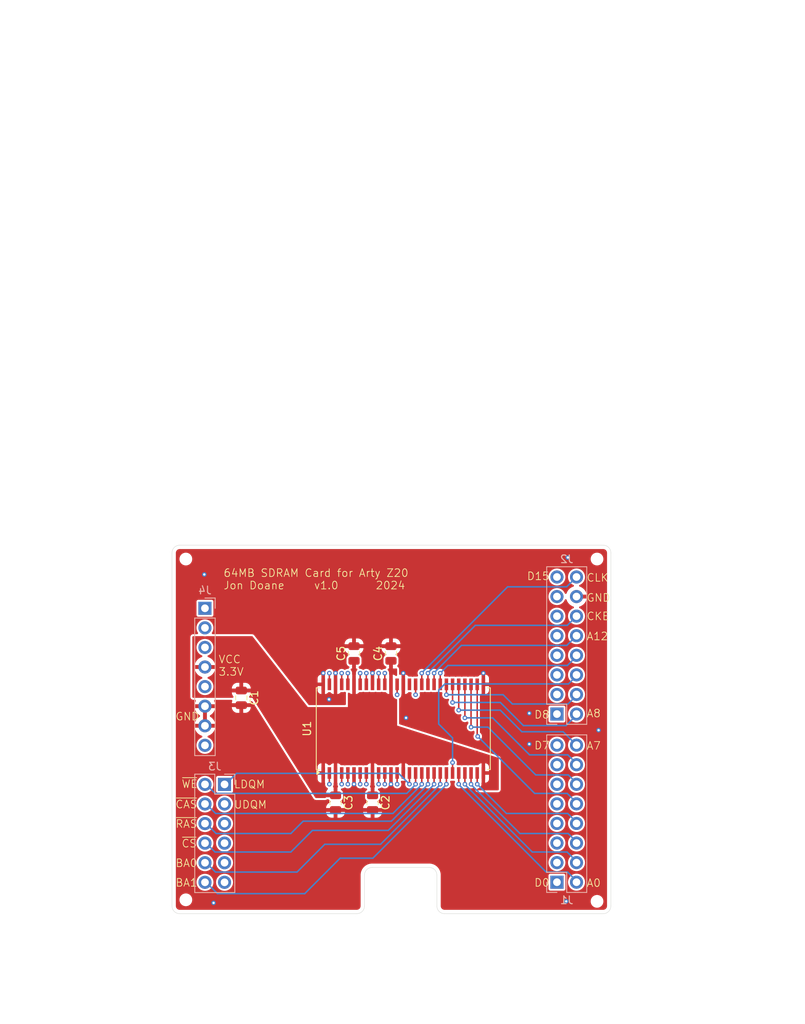
<source format=kicad_pcb>
(kicad_pcb (version 20240108) (generator "pcbnew") (generator_version "8.0")
  (title_block (date "2024-03-10") (rev "1.0"))
  (layers (0 "F.Cu" signal) (1 "In1.Cu" signal) (2 "In2.Cu" signal) (31 "B.Cu" signal) (34 "B.Paste" user) (35 "F.Paste" user) (36 "B.SilkS" user "B.Silkscreen") (37 "F.SilkS" user "F.Silkscreen") (38 "B.Mask" user) (39 "F.Mask" user) (44 "Edge.Cuts" user))
  (net 0 "")
  (net 1 "VCC")
  (net 2 "GND")
  (net 3 "/DQ13")
  (net 4 "/DQ8")
  (net 5 "/DQ6")
  (net 6 "/DQ0")
  (net 7 "/A3")
  (net 8 "/DQ15")
  (net 9 "/A7")
  (net 10 "/DQ5")
  (net 11 "/A6")
  (net 12 "/A1")
  (net 13 "/A5")
  (net 14 "/DQ9")
  (net 15 "/DQ7")
  (net 16 "/A8")
  (net 17 "/DQ4")
  (net 18 "/A2")
  (net 19 "/DQ1")
  (net 20 "/DQ2")
  (net 21 "/DQ14")
  (net 22 "/A0")
  (net 23 "/A9")
  (net 24 "/A10")
  (net 25 "/A11")
  (net 26 "/DQ11")
  (net 27 "/A4")
  (net 28 "/DQ10")
  (net 29 "/DQ12")
  (net 30 "/DQ3")
  (net 32 "/CKE")
  (net 36 "/CLK")
  (net 37 "/A12")
  (net 39 "/LDQM")
  (net 40 "/UDQM")
  (net 41 "/~{CAS}")
  (net 42 "/~{CS}")
  (net 43 "/~{WE}")
  (net 44 "/~{RAS}")
  (net 49 "/BA1")
  (net 50 "/BA0")
  (footprint "Capacitor_SMD:C_0805_2012Metric" (layer "F.Cu") (at 96.303098 106.5692 90)
    (property "Reference" "C4" (at 0 -1.68 -90) (layer "F.SilkS"))
    (property "Value" "0.1u")
    (fp_line (start -0.261252 -0.735) (end 0.261252 -0.735) (stroke (width 0.12)) (layer "F.SilkS"))
    (fp_line (start -0.261252 0.735) (end 0.261252 0.735) (stroke (width 0.12)) (layer "F.SilkS"))
    (pad "1" smd roundrect (at -0.95 0 90) (size 1 1.45) (layers "F.Cu" "F.Paste" "F.Mask") (net 1 "VCC"))
    (pad "2" smd roundrect (at 0.95 0 90) (size 1 1.45) (layers "F.Cu" "F.Paste" "F.Mask") (net 2 "GND"))
  )
  (footprint "Capacitor_SMD:C_0805_2012Metric" (layer "F.Cu") (at 89.103098 125.9192 -90)
    (property "Reference" "C3" (at 0 -1.68 90) (layer "F.SilkS"))
    (property "Value" "0.1u")
    (fp_line (start -0.261252 0.735) (end 0.261252 0.735) (stroke (width 0.12)) (layer "F.SilkS"))
    (fp_line (start -0.261252 -0.735) (end 0.261252 -0.735) (stroke (width 0.12)) (layer "F.SilkS"))
    (pad "1" smd roundrect (at -0.95 0 270) (size 1 1.45) (layers "F.Cu" "F.Paste" "F.Mask") (net 1 "VCC"))
    (pad "2" smd roundrect (at 0.95 0 270) (size 1 1.45) (layers "F.Cu" "F.Paste" "F.Mask") (net 2 "GND"))
  )
  (footprint "Capacitor_SMD:C_0805_2012Metric" (layer "F.Cu") (at 93.913598 125.9192 -90)
    (property "Reference" "C2" (at 0 -1.68 90) (layer "F.SilkS"))
    (property "Value" "0.1u")
    (fp_line (start -0.261252 0.735) (end 0.261252 0.735) (stroke (width 0.12)) (layer "F.SilkS"))
    (fp_line (start -0.261252 -0.735) (end 0.261252 -0.735) (stroke (width 0.12)) (layer "F.SilkS"))
    (pad "1" smd roundrect (at -0.95 0 270) (size 1 1.45) (layers "F.Cu" "F.Paste" "F.Mask") (net 1 "VCC"))
    (pad "2" smd roundrect (at 0.95 0 270) (size 1 1.45) (layers "F.Cu" "F.Paste" "F.Mask") (net 2 "GND"))
  )
  (footprint "Capacitor_SMD:C_0805_2012Metric" (layer "F.Cu") (at 76.863598 112.3192 -90)
    (property "Reference" "C1" (at 0 -1.68 90) (layer "F.SilkS"))
    (property "Value" "10u")
    (fp_line (start -0.261252 0.735) (end 0.261252 0.735) (stroke (width 0.12)) (layer "F.SilkS"))
    (fp_line (start -0.261252 -0.735) (end 0.261252 -0.735) (stroke (width 0.12)) (layer "F.SilkS"))
    (pad "1" smd roundrect (at -0.95 0 270) (size 1 1.45) (layers "F.Cu" "F.Paste" "F.Mask") (net 1 "VCC"))
    (pad "2" smd roundrect (at 0.95 0 270) (size 1 1.45) (layers "F.Cu" "F.Paste" "F.Mask") (net 2 "GND"))
  )
  (footprint "Capacitor_SMD:C_0805_2012Metric" (layer "F.Cu") (at 91.503098 106.5692 90)
    (property "Reference" "C5" (at 0 -1.68 -90) (layer "F.SilkS"))
    (property "Value" "0.1u")
    (fp_line (start -0.261252 -0.735) (end 0.261252 -0.735) (stroke (width 0.12)) (layer "F.SilkS"))
    (fp_line (start -0.261252 0.735) (end 0.261252 0.735) (stroke (width 0.12)) (layer "F.SilkS"))
    (pad "1" smd roundrect (at -0.95 0 90) (size 1 1.45) (layers "F.Cu" "F.Paste" "F.Mask") (net 1 "VCC"))
    (pad "2" smd roundrect (at 0.95 0 90) (size 1 1.45) (layers "F.Cu" "F.Paste" "F.Mask") (net 2 "GND"))
  )
  (footprint "Custom:ToolingHoleJCL" (layer "F.Cu") (at 123.063598 138.7192)
    (property "Reference" "REF**3" (hide yes))
    (property "Value" "ToolingHoleJCL" (hide yes))
    (pad "" np_thru_hole circle (at 0 0) (size 1.152 1.152) (drill 1.152) (layers "F&B.Cu" "*.Mask"))
  )
  (footprint "Package_SO:TSOP-II-54_22.2x10.16mm_P0.8mm" (layer "F.Cu") (at 97.903098 116.3192 90)
    (property "Reference" "U1" (at 0 -12.5 -90) (layer "F.SilkS"))
    (property "Value" "W9825G6KH")
    (fp_line (start 5.3 -11.3) (end 5.3 -10.9) (stroke (width 0.12)) (layer "F.SilkS"))
    (fp_line (start -5.3 -11.3) (end 5.3 -11.3) (stroke (width 0.12)) (layer "F.SilkS"))
    (fp_line (start -5.3 -10.9) (end -5.3 -11.3) (stroke (width 0.12)) (layer "F.SilkS"))
    (fp_line (start 5.3 10.9) (end 5.3 11.3) (stroke (width 0.12)) (layer "F.SilkS"))
    (fp_line (start -5.3 10.9) (end -5.3 11.3) (stroke (width 0.12)) (layer "F.SilkS"))
    (fp_line (start -5.3 11.3) (end 5.3 11.3) (stroke (width 0.12)) (layer "F.SilkS"))
    (fp_poly (pts (xy -5.7 -10.9) (xy -5.94 -11.23) (xy -5.46 -11.23) (xy -5.7 -10.9)) (stroke (width 0.12)) (fill solid) (layer "F.SilkS"))
    (pad "1" smd rect (at -5.75 -10.4 90) (size 1.51 0.458) (layers "F.Cu" "F.Paste" "F.Mask") (net 1 "VCC"))
    (pad "2" smd rect (at -5.75 -9.6 90) (size 1.51 0.458) (layers "F.Cu" "F.Paste" "F.Mask") (net 6 "/DQ0"))
    (pad "3" smd rect (at -5.75 -8.8 90) (size 1.51 0.458) (layers "F.Cu" "F.Paste" "F.Mask") (net 1 "VCC"))
    (pad "4" smd rect (at -5.75 -8 90) (size 1.51 0.458) (layers "F.Cu" "F.Paste" "F.Mask") (net 19 "/DQ1"))
    (pad "5" smd rect (at -5.75 -7.2 90) (size 1.51 0.458) (layers "F.Cu" "F.Paste" "F.Mask") (net 20 "/DQ2"))
    (pad "6" smd rect (at -5.75 -6.4 90) (size 1.51 0.458) (layers "F.Cu" "F.Paste" "F.Mask") (net 2 "GND"))
    (pad "7" smd rect (at -5.75 -5.6 90) (size 1.51 0.458) (layers "F.Cu" "F.Paste" "F.Mask") (net 30 "/DQ3"))
    (pad "8" smd rect (at -5.75 -4.8 90) (size 1.51 0.458) (layers "F.Cu" "F.Paste" "F.Mask") (net 17 "/DQ4"))
    (pad "9" smd rect (at -5.75 -4 90) (size 1.51 0.458) (layers "F.Cu" "F.Paste" "F.Mask") (net 1 "VCC"))
    (pad "10" smd rect (at -5.75 -3.2 90) (size 1.51 0.458) (layers "F.Cu" "F.Paste" "F.Mask") (net 10 "/DQ5"))
    (pad "11" smd rect (at -5.75 -2.4 90) (size 1.51 0.458) (layers "F.Cu" "F.Paste" "F.Mask") (net 5 "/DQ6"))
    (pad "12" smd rect (at -5.75 -1.6 90) (size 1.51 0.458) (layers "F.Cu" "F.Paste" "F.Mask") (net 2 "GND"))
    (pad "13" smd rect (at -5.75 -0.8 90) (size 1.51 0.458) (layers "F.Cu" "F.Paste" "F.Mask") (net 15 "/DQ7"))
    (pad "14" smd rect (at -5.75 0 90) (size 1.51 0.458) (layers "F.Cu" "F.Paste" "F.Mask") (net 1 "VCC"))
    (pad "15" smd rect (at -5.75 0.8 90) (size 1.51 0.458) (layers "F.Cu" "F.Paste" "F.Mask") (net 39 "/LDQM"))
    (pad "16" smd rect (at -5.75 1.6 90) (size 1.51 0.458) (layers "F.Cu" "F.Paste" "F.Mask") (net 43 "/~{WE}"))
    (pad "17" smd rect (at -5.75 2.4 90) (size 1.51 0.458) (layers "F.Cu" "F.Paste" "F.Mask") (net 41 "/~{CAS}"))
    (pad "18" smd rect (at -5.75 3.2 90) (size 1.51 0.458) (layers "F.Cu" "F.Paste" "F.Mask") (net 44 "/~{RAS}"))
    (pad "19" smd rect (at -5.75 4 90) (size 1.51 0.458) (layers "F.Cu" "F.Paste" "F.Mask") (net 42 "/~{CS}"))
    (pad "20" smd rect (at -5.75 4.8 90) (size 1.51 0.458) (layers "F.Cu" "F.Paste" "F.Mask") (net 50 "/BA0"))
    (pad "21" smd rect (at -5.75 5.6 90) (size 1.51 0.458) (layers "F.Cu" "F.Paste" "F.Mask") (net 49 "/BA1"))
    (pad "22" smd rect (at -5.75 6.4 90) (size 1.51 0.458) (layers "F.Cu" "F.Paste" "F.Mask") (net 24 "/A10"))
    (pad "23" smd rect (at -5.75 7.2 90) (size 1.51 0.458) (layers "F.Cu" "F.Paste" "F.Mask") (net 22 "/A0"))
    (pad "24" smd rect (at -5.75 8 90) (size 1.51 0.458) (layers "F.Cu" "F.Paste" "F.Mask") (net 12 "/A1"))
    (pad "25" smd rect (at -5.75 8.8 90) (size 1.51 0.458) (layers "F.Cu" "F.Paste" "F.Mask") (net 18 "/A2"))
    (pad "26" smd rect (at -5.75 9.6 90) (size 1.51 0.458) (layers "F.Cu" "F.Paste" "F.Mask") (net 7 "/A3"))
    (pad "27" smd rect (at -5.75 10.4 90) (size 1.51 0.458) (layers "F.Cu" "F.Paste" "F.Mask") (net 1 "VCC"))
    (pad "28" smd rect (at 5.75 10.4 90) (size 1.51 0.458) (layers "F.Cu" "F.Paste" "F.Mask") (net 2 "GND"))
    (pad "29" smd rect (at 5.75 9.6 90) (size 1.51 0.458) (layers "F.Cu" "F.Paste" "F.Mask") (net 27 "/A4"))
    (pad "30" smd rect (at 5.75 8.8 90) (size 1.51 0.458) (layers "F.Cu" "F.Paste" "F.Mask") (net 13 "/A5"))
    (pad "31" smd rect (at 5.75 8 90) (size 1.51 0.458) (layers "F.Cu" "F.Paste" "F.Mask") (net 11 "/A6"))
    (pad "32" smd rect (at 5.75 7.2 90) (size 1.51 0.458) (layers "F.Cu" "F.Paste" "F.Mask") (net 9 "/A7"))
    (pad "33" smd rect (at 5.75 6.4 90) (size 1.51 0.458) (layers "F.Cu" "F.Paste" "F.Mask") (net 16 "/A8"))
    (pad "34" smd rect (at 5.75 5.6 90) (size 1.51 0.458) (layers "F.Cu" "F.Paste" "F.Mask") (net 23 "/A9"))
    (pad "35" smd rect (at 5.75 4.8 90) (size 1.51 0.458) (layers "F.Cu" "F.Paste" "F.Mask") (net 25 "/A11"))
    (pad "36" smd rect (at 5.75 4 90) (size 1.51 0.458) (layers "F.Cu" "F.Paste" "F.Mask") (net 37 "/A12"))
    (pad "37" smd rect (at 5.75 3.2 90) (size 1.51 0.458) (layers "F.Cu" "F.Paste" "F.Mask") (net 32 "/CKE"))
    (pad "38" smd rect (at 5.75 2.4 90) (size 1.51 0.458) (layers "F.Cu" "F.Paste" "F.Mask") (net 36 "/CLK"))
    (pad "39" smd rect (at 5.75 1.6 90) (size 1.51 0.458) (layers "F.Cu" "F.Paste" "F.Mask") (net 40 "/UDQM"))
    (pad "40" smd rect (at 5.75 0.8 90) (size 1.51 0.458) (layers "F.Cu" "F.Paste" "F.Mask"))
    (pad "41" smd rect (at 5.75 0 90) (size 1.51 0.458) (layers "F.Cu" "F.Paste" "F.Mask") (net 2 "GND"))
    (pad "42" smd rect (at 5.75 -0.8 90) (size 1.51 0.458) (layers "F.Cu" "F.Paste" "F.Mask") (net 4 "/DQ8"))
    (pad "43" smd rect (at 5.75 -1.6 90) (size 1.51 0.458) (layers "F.Cu" "F.Paste" "F.Mask") (net 1 "VCC"))
    (pad "44" smd rect (at 5.75 -2.4 90) (size 1.51 0.458) (layers "F.Cu" "F.Paste" "F.Mask") (net 14 "/DQ9"))
    (pad "45" smd rect (at 5.75 -3.2 90) (size 1.51 0.458) (layers "F.Cu" "F.Paste" "F.Mask") (net 28 "/DQ10"))
    (pad "46" smd rect (at 5.75 -4 90) (size 1.51 0.458) (layers "F.Cu" "F.Paste" "F.Mask") (net 2 "GND"))
    (pad "47" smd rect (at 5.75 -4.8 90) (size 1.51 0.458) (layers "F.Cu" "F.Paste" "F.Mask") (net 26 "/DQ11"))
    (pad "48" smd rect (at 5.75 -5.6 90) (size 1.51 0.458) (layers "F.Cu" "F.Paste" "F.Mask") (net 29 "/DQ12"))
    (pad "49" smd rect (at 5.75 -6.4 90) (size 1.51 0.458) (layers "F.Cu" "F.Paste" "F.Mask") (net 1 "VCC"))
    (pad "50" smd rect (at 5.75 -7.2 90) (size 1.51 0.458) (layers "F.Cu" "F.Paste" "F.Mask") (net 3 "/DQ13"))
    (pad "51" smd rect (at 5.75 -8 90) (size 1.51 0.458) (layers "F.Cu" "F.Paste" "F.Mask") (net 21 "/DQ14"))
    (pad "52" smd rect (at 5.75 -8.8 90) (size 1.51 0.458) (layers "F.Cu" "F.Paste" "F.Mask") (net 2 "GND"))
    (pad "53" smd rect (at 5.75 -9.6 90) (size 1.51 0.458) (layers "F.Cu" "F.Paste" "F.Mask") (net 8 "/DQ15"))
    (pad "54" smd rect (at 5.75 -10.4 90) (size 1.51 0.458) (layers "F.Cu" "F.Paste" "F.Mask") (net 2 "GND"))
  )
  (footprint "Custom:ToolingHoleJCL" (layer "F.Cu") (at 69.663598 138.5192)
    (property "Reference" "REF**2" (hide yes))
    (property "Value" "ToolingHoleJCL" (hide yes))
    (pad "" np_thru_hole circle (at 0 0) (size 1.152 1.152) (drill 1.152) (layers "F&B.Cu" "*.Mask"))
  )
  (footprint "Custom:ToolingHoleJCL" (layer "F.Cu") (at 69.663598 94.3192)
    (property "Reference" "REF**" (hide yes))
    (property "Value" "ToolingHoleJCL" (hide yes))
    (pad "" np_thru_hole circle (at 0 0) (size 1.152 1.152) (drill 1.152) (layers "F&B.Cu" "*.Mask"))
  )
  (footprint "Custom:ToolingHoleJCL" (layer "F.Cu") (at 123.063598 94.3192)
    (property "Reference" "REF**1" (hide yes))
    (property "Value" "ToolingHoleJCL" (hide yes))
    (pad "" np_thru_hole circle (at 0 0) (size 1.152 1.152) (drill 1.152) (layers "F&B.Cu" "*.Mask"))
  )
  (footprint "Connector_PinHeader_2.54mm:PinHeader_2x08_P2.54mm_Vertical" (layer "B.Cu") (at 117.858597 114.424204)
    (property "Reference" "J2" (at 1.27 -20.0936 0) (layer "B.SilkS") (effects (justify mirror)))
    (property "Value" "Conn_02x08_Odd_Even" (hide yes))
    (fp_line (start -1.33 -19.11) (end -1.33 -1.27) (stroke (width 0.12)) (layer "B.SilkS"))
    (fp_line (start -1.33 1.33) (end -1.33 0) (stroke (width 0.12)) (layer "B.SilkS"))
    (fp_line (start 0 1.33) (end -1.33 1.33) (stroke (width 0.12)) (layer "B.SilkS"))
    (fp_line (start 1.27 -1.27) (end -1.33 -1.27) (stroke (width 0.12)) (layer "B.SilkS"))
    (fp_line (start 1.27 1.33) (end 1.27 -1.27) (stroke (width 0.12)) (layer "B.SilkS"))
    (fp_line (start 3.87 -19.11) (end -1.33 -19.11) (stroke (width 0.12)) (layer "B.SilkS"))
    (fp_line (start 3.87 -19.11) (end 3.87 1.33) (stroke (width 0.12)) (layer "B.SilkS"))
    (fp_line (start 3.87 1.33) (end 1.27 1.33) (stroke (width 0.12)) (layer "B.SilkS"))
    (pad "1" thru_hole rect (at 0 0) (size 1.7 1.7) (drill 1) (layers "*.Cu" "*.Mask") (net 4 "/DQ8"))
    (pad "2" thru_hole oval (at 2.54 0) (size 1.7 1.7) (drill 1) (layers "*.Cu" "*.Mask") (net 16 "/A8"))
    (pad "3" thru_hole oval (at 0 -2.54) (size 1.7 1.7) (drill 1) (layers "*.Cu" "*.Mask") (net 14 "/DQ9"))
    (pad "4" thru_hole oval (at 2.54 -2.54) (size 1.7 1.7) (drill 1) (layers "*.Cu" "*.Mask") (net 23 "/A9"))
    (pad "5" thru_hole oval (at 0 -5.08) (size 1.7 1.7) (drill 1) (layers "*.Cu" "*.Mask") (net 28 "/DQ10"))
    (pad "6" thru_hole oval (at 2.54 -5.08) (size 1.7 1.7) (drill 1) (layers "*.Cu" "*.Mask") (net 24 "/A10"))
    (pad "7" thru_hole oval (at 0 -7.62) (size 1.7 1.7) (drill 1) (layers "*.Cu" "*.Mask") (net 26 "/DQ11"))
    (pad "8" thru_hole oval (at 2.54 -7.62) (size 1.7 1.7) (drill 1) (layers "*.Cu" "*.Mask") (net 25 "/A11"))
    (pad "9" thru_hole oval (at 0 -10.16) (size 1.7 1.7) (drill 1) (layers "*.Cu" "*.Mask") (net 29 "/DQ12"))
    (pad "10" thru_hole oval (at 2.54 -10.16) (size 1.7 1.7) (drill 1) (layers "*.Cu" "*.Mask") (net 37 "/A12"))
    (pad "11" thru_hole oval (at 0 -12.7) (size 1.7 1.7) (drill 1) (layers "*.Cu" "*.Mask") (net 3 "/DQ13"))
    (pad "12" thru_hole oval (at 2.54 -12.7) (size 1.7 1.7) (drill 1) (layers "*.Cu" "*.Mask") (net 32 "/CKE"))
    (pad "13" thru_hole oval (at 0 -15.24) (size 1.7 1.7) (drill 1) (layers "*.Cu" "*.Mask") (net 21 "/DQ14"))
    (pad "14" thru_hole oval (at 2.54 -15.24) (size 1.7 1.7) (drill 1) (layers "*.Cu" "*.Mask") (net 2 "GND"))
    (pad "15" thru_hole oval (at 0 -17.78) (size 1.7 1.7) (drill 1) (layers "*.Cu" "*.Mask") (net 8 "/DQ15"))
    (pad "16" thru_hole oval (at 2.54 -17.78) (size 1.7 1.7) (drill 1) (layers "*.Cu" "*.Mask") (net 36 "/CLK"))
  )
  (footprint "Connector_PinHeader_2.54mm:PinHeader_2x08_P2.54mm_Vertical" (layer "B.Cu") (at 117.858597 136.234204)
    (property "Reference" "J1" (at 1.27 2.33 0) (layer "B.SilkS") (effects (justify mirror)))
    (property "Value" "Conn_02x08_Odd_Even" (hide yes))
    (fp_line (start -1.33 -19.11) (end -1.33 -1.27) (stroke (width 0.12)) (layer "B.SilkS"))
    (fp_line (start -1.33 1.33) (end -1.33 0) (stroke (width 0.12)) (layer "B.SilkS"))
    (fp_line (start 0 1.33) (end -1.33 1.33) (stroke (width 0.12)) (layer "B.SilkS"))
    (fp_line (start 1.27 -1.27) (end -1.33 -1.27) (stroke (width 0.12)) (layer "B.SilkS"))
    (fp_line (start 1.27 1.33) (end 1.27 -1.27) (stroke (width 0.12)) (layer "B.SilkS"))
    (fp_line (start 3.87 -19.11) (end -1.33 -19.11) (stroke (width 0.12)) (layer "B.SilkS"))
    (fp_line (start 3.87 -19.11) (end 3.87 1.33) (stroke (width 0.12)) (layer "B.SilkS"))
    (fp_line (start 3.87 1.33) (end 1.27 1.33) (stroke (width 0.12)) (layer "B.SilkS"))
    (pad "1" thru_hole rect (at 0 0) (size 1.7 1.7) (drill 1) (layers "*.Cu" "*.Mask") (net 6 "/DQ0"))
    (pad "2" thru_hole oval (at 2.54 0) (size 1.7 1.7) (drill 1) (layers "*.Cu" "*.Mask") (net 22 "/A0"))
    (pad "3" thru_hole oval (at 0 -2.54) (size 1.7 1.7) (drill 1) (layers "*.Cu" "*.Mask") (net 19 "/DQ1"))
    (pad "4" thru_hole oval (at 2.54 -2.54) (size 1.7 1.7) (drill 1) (layers "*.Cu" "*.Mask") (net 12 "/A1"))
    (pad "5" thru_hole oval (at 0 -5.08) (size 1.7 1.7) (drill 1) (layers "*.Cu" "*.Mask") (net 20 "/DQ2"))
    (pad "6" thru_hole oval (at 2.54 -5.08) (size 1.7 1.7) (drill 1) (layers "*.Cu" "*.Mask") (net 18 "/A2"))
    (pad "7" thru_hole oval (at 0 -7.62) (size 1.7 1.7) (drill 1) (layers "*.Cu" "*.Mask") (net 30 "/DQ3"))
    (pad "8" thru_hole oval (at 2.54 -7.62) (size 1.7 1.7) (drill 1) (layers "*.Cu" "*.Mask") (net 7 "/A3"))
    (pad "9" thru_hole oval (at 0 -10.16) (size 1.7 1.7) (drill 1) (layers "*.Cu" "*.Mask") (net 17 "/DQ4"))
    (pad "10" thru_hole oval (at 2.54 -10.16) (size 1.7 1.7) (drill 1) (layers "*.Cu" "*.Mask") (net 27 "/A4"))
    (pad "11" thru_hole oval (at 0 -12.7) (size 1.7 1.7) (drill 1) (layers "*.Cu" "*.Mask") (net 10 "/DQ5"))
    (pad "12" thru_hole oval (at 2.54 -12.7) (size 1.7 1.7) (drill 1) (layers "*.Cu" "*.Mask") (net 13 "/A5"))
    (pad "13" thru_hole oval (at 0 -15.24) (size 1.7 1.7) (drill 1) (layers "*.Cu" "*.Mask") (net 5 "/DQ6"))
    (pad "14" thru_hole oval (at 2.54 -15.24) (size 1.7 1.7) (drill 1) (layers "*.Cu" "*.Mask") (net 11 "/A6"))
    (pad "15" thru_hole oval (at 0 -17.78) (size 1.7 1.7) (drill 1) (layers "*.Cu" "*.Mask") (net 15 "/DQ7"))
    (pad "16" thru_hole oval (at 2.54 -17.78) (size 1.7 1.7) (drill 1) (layers "*.Cu" "*.Mask") (net 9 "/A7"))
  )
  (footprint "Connector_PinHeader_2.54mm:PinHeader_2x06_P2.54mm_Vertical" (layer "B.Cu") (at 74.688597 123.549204 180)
    (property "Reference" "J3" (at 1.27 2.33 180) (layer "B.SilkS") (effects (justify mirror)))
    (property "Value" "Conn_02x06_Odd_Even" (hide yes))
    (fp_line (start 3.87 1.33) (end 1.27 1.33) (stroke (width 0.12)) (layer "B.SilkS"))
    (fp_line (start 3.87 -14.03) (end 3.87 1.33) (stroke (width 0.12)) (layer "B.SilkS"))
    (fp_line (start 3.87 -14.03) (end -1.33 -14.03) (stroke (width 0.12)) (layer "B.SilkS"))
    (fp_line (start 1.27 1.33) (end 1.27 -1.27) (stroke (width 0.12)) (layer "B.SilkS"))
    (fp_line (start 1.27 -1.27) (end -1.33 -1.27) (stroke (width 0.12)) (layer "B.SilkS"))
    (fp_line (start 0 1.33) (end -1.33 1.33) (stroke (width 0.12)) (layer "B.SilkS"))
    (fp_line (start -1.33 1.33) (end -1.33 0) (stroke (width 0.12)) (layer "B.SilkS"))
    (fp_line (start -1.33 -14.03) (end -1.33 -1.27) (stroke (width 0.12)) (layer "B.SilkS"))
    (pad "1" thru_hole rect (at 0 0 180) (size 1.7 1.7) (drill 1) (layers "*.Cu" "*.Mask") (net 39 "/LDQM"))
    (pad "2" thru_hole oval (at 2.54 0 180) (size 1.7 1.7) (drill 1) (layers "*.Cu" "*.Mask") (net 43 "/~{WE}"))
    (pad "3" thru_hole oval (at 0 -2.54 180) (size 1.7 1.7) (drill 1) (layers "*.Cu" "*.Mask") (net 40 "/UDQM"))
    (pad "4" thru_hole oval (at 2.54 -2.54 180) (size 1.7 1.7) (drill 1) (layers "*.Cu" "*.Mask") (net 41 "/~{CAS}"))
    (pad "5" thru_hole oval (at 0 -5.08 180) (size 1.7 1.7) (drill 1) (layers "*.Cu" "*.Mask"))
    (pad "6" thru_hole oval (at 2.54 -5.08 180) (size 1.7 1.7) (drill 1) (layers "*.Cu" "*.Mask") (net 44 "/~{RAS}"))
    (pad "7" thru_hole oval (at 0 -7.62 180) (size 1.7 1.7) (drill 1) (layers "*.Cu" "*.Mask"))
    (pad "8" thru_hole oval (at 2.54 -7.62 180) (size 1.7 1.7) (drill 1) (layers "*.Cu" "*.Mask") (net 42 "/~{CS}"))
    (pad "9" thru_hole oval (at 0 -10.16 180) (size 1.7 1.7) (drill 1) (layers "*.Cu" "*.Mask"))
    (pad "10" thru_hole oval (at 2.54 -10.16 180) (size 1.7 1.7) (drill 1) (layers "*.Cu" "*.Mask") (net 50 "/BA0"))
    (pad "11" thru_hole oval (at 0 -12.7 180) (size 1.7 1.7) (drill 1) (layers "*.Cu" "*.Mask"))
    (pad "12" thru_hole oval (at 2.54 -12.7 180) (size 1.7 1.7) (drill 1) (layers "*.Cu" "*.Mask") (net 49 "/BA1"))
  )
  (footprint "Connector_PinHeader_2.54mm:PinHeader_1x08_P2.54mm_Vertical" (layer "B.Cu") (at 72.143597 100.704204 180)
    (property "Reference" "J4" (at 0 2.33 180) (layer "B.SilkS") (effects (justify mirror)))
    (property "Value" "Conn_Power" (hide yes))
    (fp_line (start 1.33 -1.27) (end -1.33 -1.27) (stroke (width 0.12)) (layer "B.SilkS"))
    (fp_line (start 1.33 -19.11) (end 1.33 -1.27) (stroke (width 0.12)) (layer "B.SilkS"))
    (fp_line (start 1.33 -19.11) (end -1.33 -19.11) (stroke (width 0.12)) (layer "B.SilkS"))
    (fp_line (start 0 1.33) (end -1.33 1.33) (stroke (width 0.12)) (layer "B.SilkS"))
    (fp_line (start -1.33 1.33) (end -1.33 0) (stroke (width 0.12)) (layer "B.SilkS"))
    (fp_line (start -1.33 -19.11) (end -1.33 -1.27) (stroke (width 0.12)) (layer "B.SilkS"))
    (pad "1" thru_hole rect (at 0 0 180) (size 1.7 1.7) (drill 1) (layers "*.Cu" "*.Mask"))
    (pad "2" thru_hole oval (at 0 -2.54 180) (size 1.7 1.7) (drill 1) (layers "*.Cu" "*.Mask"))
    (pad "3" thru_hole oval (at 0 -5.08 180) (size 1.7 1.7) (drill 1) (layers "*.Cu" "*.Mask"))
    (pad "4" thru_hole oval (at 0 -7.62 180) (size 1.7 1.7) (drill 1) (layers "*.Cu" "*.Mask") (net 1 "VCC"))
    (pad "5" thru_hole oval (at 0 -10.16 180) (size 1.7 1.7) (drill 1) (layers "*.Cu" "*.Mask"))
    (pad "6" thru_hole oval (at 0 -12.7 180) (size 1.7 1.7) (drill 1) (layers "*.Cu" "*.Mask") (net 2 "GND"))
    (pad "7" thru_hole oval (at 0 -15.24 180) (size 1.7 1.7) (drill 1) (layers "*.Cu" "*.Mask") (net 2 "GND"))
    (pad "8" thru_hole oval (at 0 -17.78 180) (size 1.7 1.7) (drill 1) (layers "*.Cu" "*.Mask"))
  )
  (gr_line (start 68.863598 92.5192) (end 123.863598 92.5192) (stroke (width 0.05)) (layer "Edge.Cuts"))
  (gr_arc (start 67.863598 93.5192) (mid 68.156491 92.812093) (end 68.863598 92.5192) (stroke (width 0.05)) (layer "Edge.Cuts"))
  (gr_line (start 101.263598 134.3192) (end 93.863598 134.3192) (stroke (width 0.05)) (layer "Edge.Cuts"))
  (gr_line (start 102.263598 139.3192) (end 102.263598 135.3192) (stroke (width 0.05)) (layer "Edge.Cuts"))
  (gr_line (start 67.863598 139.3192) (end 67.863598 93.5192) (stroke (width 0.05)) (layer "Edge.Cuts"))
  (gr_arc (start 68.863598 140.3192) (mid 68.156491 140.026307) (end 67.863598 139.3192) (stroke (width 0.05)) (layer "Edge.Cuts"))
  (gr_line (start 91.863598 140.3192) (end 68.863598 140.3192) (stroke (width 0.05)) (layer "Edge.Cuts"))
  (gr_arc (start 124.863598 139.3192) (mid 124.570705 140.026307) (end 123.863598 140.3192) (stroke (width 0.05)) (layer "Edge.Cuts"))
  (gr_line (start 123.863598 140.3192) (end 103.263598 140.3192) (stroke (width 0.05)) (layer "Edge.Cuts"))
  (gr_line (start 124.863598 93.5192) (end 124.863598 139.3192) (stroke (width 0.05)) (layer "Edge.Cuts"))
  (gr_arc (start 92.863598 135.3192) (mid 93.156491 134.612093) (end 93.863598 134.3192) (stroke (width 0.05)) (layer "Edge.Cuts"))
  (gr_arc (start 92.863598 139.3192) (mid 92.570705 140.026307) (end 91.863598 140.3192) (stroke (width 0.05)) (layer "Edge.Cuts"))
  (gr_arc (start 123.863598 92.5192) (mid 124.570705 92.812093) (end 124.863598 93.5192) (stroke (width 0.05)) (layer "Edge.Cuts"))
  (gr_line (start 92.863598 135.3192) (end 92.863598 139.3192) (stroke (width 0.05)) (layer "Edge.Cuts"))
  (gr_arc (start 103.263598 140.3192) (mid 102.556491 140.026307) (end 102.263598 139.3192) (stroke (width 0.05)) (layer "Edge.Cuts"))
  (gr_arc (start 101.263598 134.3192) (mid 101.970705 134.612093) (end 102.263598 135.3192) (stroke (width 0.05)) (layer "Edge.Cuts"))
  (gr_text "GND" (at 121.663598 99.9192 0) (layer "F.SilkS") (effects (font (size 1 1) (thickness 0.1)) (justify left bottom)))
  (gr_text "VCC\n3.3V" (at 73.863598 109.5192 0) (layer "F.SilkS") (effects (font (size 1 1) (thickness 0.1)) (justify left bottom)))
  (gr_text "BA1" (at 68.263598 136.8792 0) (layer "F.SilkS") (effects (font (size 1 1) (thickness 0.1)) (justify left bottom)))
  (gr_text "~{RAS}" (at 68.263598 129.2592 0) (layer "F.SilkS") (effects (font (size 1 1) (thickness 0.1)) (justify left bottom)))
  (gr_text "A12" (at 121.663598 104.9192 0) (layer "F.SilkS") (effects (font (size 1 1) (thickness 0.1)) (justify left bottom)))
  (gr_text "D7" (at 114.863598 119.084888 0) (layer "F.SilkS") (effects (font (size 1 1) (thickness 0.1)) (justify left bottom)))
  (gr_text "~{WE}" (at 69.063598 124.084889 0) (layer "F.SilkS") (effects (font (size 1 1) (thickness 0.1)) (justify left bottom)))
  (gr_text "~{CS}" (at 69.063598 131.7992 0) (layer "F.SilkS") (effects (font (size 1 1) (thickness 0.1)) (justify left bottom)))
  (gr_text "A8" (at 121.663598 114.9192 0) (layer "F.SilkS") (effects (font (size 1 1) (thickness 0.1)) (justify left bottom)))
  (gr_text "A7" (at 121.663598 119.1192 0) (layer "F.SilkS") (effects (font (size 1 1) (thickness 0.1)) (justify left bottom)))
  (gr_text "D0" (at 114.863598 136.88489 0) (layer "F.SilkS") (effects (font (size 1 1) (thickness 0.1)) (justify left bottom)))
  (gr_text "CKE" (at 121.663598 102.3192 0) (layer "F.SilkS") (effects (font (size 1 1) (thickness 0.1)) (justify left bottom)))
  (gr_text "LDQM" (at 75.863598 124.1192 0) (layer "F.SilkS") (effects (font (size 1 1) (thickness 0.1)) (justify left bottom)))
  (gr_text "A0" (at 121.663598 136.9192 0) (layer "F.SilkS") (effects (font (size 1 1) (thickness 0.1)) (justify left bottom)))
  (gr_text "CLK" (at 121.663598 97.3192 0) (layer "F.SilkS") (effects (font (size 1 1) (thickness 0.1)) (justify left bottom)))
  (gr_text "BA0" (at 68.263598 134.3392 0) (layer "F.SilkS") (effects (font (size 1 1) (thickness 0.1)) (justify left bottom)))
  (gr_text "D8" (at 114.863598 115.084888 0) (layer "F.SilkS") (effects (font (size 1 1) (thickness 0.1)) (justify left bottom)))
  (gr_text "64MB SDRAM Card for Arty Z20\nJon Doane	v1.0	2024" (at 74.503098 98.3192 0) (layer "F.SilkS") (effects (font (size 1 1) (thickness 0.1)) (justify left bottom)))
  (gr_text "~{CAS}" (at 68.263598 126.7192 0) (layer "F.SilkS") (effects (font (size 1 1) (thickness 0.1)) (justify left bottom)))
  (gr_text "UDQM" (at 75.863598 126.753511 0) (layer "F.SilkS") (effects (font (size 1 1) (thickness 0.1)) (justify left bottom)))
  (gr_text "GND" (at 68.263598 115.3192 0) (layer "F.SilkS") (effects (font (size 1 1) (thickness 0.1)) (justify left bottom)))
  (gr_text "D15" (at 113.911217 97.1192 0) (layer "F.SilkS") (effects (font (size 1 1) (thickness 0.1)) (justify left bottom)))
  (via (at 72.063598 96.3192) (size 0.6) (drill 0.3) (layers "F.Cu" "B.Cu") (net 2))
  (via (at 114.263598 118.3192) (size 0.6) (drill 0.3) (layers "F.Cu" "B.Cu") (net 2))
  (via (at 114.263598 114.3192) (size 0.6) (drill 0.3) (layers "F.Cu" "B.Cu") (net 2))
  (via (at 89.103098 109.1192) (size 0.6) (drill 0.3) (layers "F.Cu" "B.Cu") (net 2))
  (via (at 119.263598 94.1192) (size 0.6) (drill 0.3) (layers "F.Cu" "B.Cu") (net 2))
  (via (at 88.263598 112.5192) (size 0.6) (drill 0.3) (layers "F.Cu" "B.Cu") (net 2))
  (via (at 73.263598 138.9192) (size 0.6) (drill 0.3) (layers "F.Cu" "B.Cu") (net 2))
  (via (at 123.263598 116.5192) (size 0.6) (drill 0.3) (layers "F.Cu" "B.Cu") (net 2))
  (via (at 97.903098 109.1192) (size 0.6) (drill 0.3) (layers "F.Cu" "B.Cu") (net 2))
  (via (at 119.063598 138.7192) (size 0.6) (drill 0.3) (layers "F.Cu" "B.Cu") (net 2))
  (via (at 91.503098 123.5192) (size 0.6) (drill 0.3) (layers "F.Cu" "B.Cu") (net 2))
  (via (at 108.303098 109.1192) (size 0.6) (drill 0.3) (layers "F.Cu" "B.Cu") (net 2))
  (via (at 87.503098 109.1192) (size 0.6) (drill 0.3) (layers "F.Cu" "B.Cu") (net 2))
  (via (at 98.263598 114.9192) (size 0.6) (drill 0.3) (layers "F.Cu" "B.Cu") (net 2))
  (via (at 96.303098 123.5192) (size 0.6) (drill 0.3) (layers "F.Cu" "B.Cu") (net 2))
  (via (at 93.903098 109.1192) (size 0.6) (drill 0.3) (layers "F.Cu" "B.Cu") (net 2))
  (segment (start 90.703098 110.5692) (end 90.703098 109.1192) (width 0.2) (layer "F.Cu") (net 3))
  (via (at 90.703098 109.1192) (size 0.6) (drill 0.3) (layers "F.Cu" "B.Cu") (net 3))
  (segment (start 97.103098 111.9192) (end 97.103098 110.5692) (width 0.2) (layer "F.Cu") (net 4))
  (via (at 97.103098 111.9192) (size 0.6) (drill 0.3) (layers "F.Cu" "B.Cu") (net 4))
  (segment (start 95.503098 122.0692) (end 95.503098 123.5192) (width 0.2) (layer "F.Cu") (net 5))
  (via (at 95.503098 123.5192) (size 0.6) (drill 0.3) (layers "F.Cu" "B.Cu") (net 5))
  (segment (start 88.303098 122.0692) (end 88.303098 123.5192) (width 0.2) (layer "F.Cu") (net 6))
  (via (at 88.303098 123.5192) (size 0.6) (drill 0.3) (layers "F.Cu" "B.Cu") (net 6))
  (segment (start 107.503098 122.0692) (end 107.503098 123.5192) (width 0.2) (layer "F.Cu") (net 7))
  (via (at 107.503098 123.5192) (size 0.6) (drill 0.3) (layers "F.Cu" "B.Cu") (net 7))
  (segment (start 119.257799 127.3192) (end 120.541399 128.6028) (width 0.2) (layer "B.Cu") (net 7))
  (segment (start 111.303098 127.3192) (end 119.257799 127.3192) (width 0.2) (layer "B.Cu") (net 7))
  (segment (start 107.503098 123.5192) (end 111.303098 127.3192) (width 0.2) (layer "B.Cu") (net 7))
  (segment (start 88.303098 110.5692) (end 88.303098 109.1192) (width 0.2) (layer "F.Cu") (net 8))
  (via (at 88.303098 109.1192) (size 0.6) (drill 0.3) (layers "F.Cu" "B.Cu") (net 8))
  (segment (start 105.103098 113.9192) (end 105.103098 110.5692) (width 0.2) (layer "F.Cu") (net 9))
  (via (at 105.103098 113.9192) (size 0.6) (drill 0.3) (layers "F.Cu" "B.Cu") (net 9))
  (segment (start 118.663593 116.7192) (end 120.398597 118.454204) (width 0.2) (layer "B.Cu") (net 9))
  (segment (start 105.103098 113.9192) (end 110.503098 113.9192) (width 0.2) (layer "B.Cu") (net 9))
  (segment (start 113.303098 116.7192) (end 118.663593 116.7192) (width 0.2) (layer "B.Cu") (net 9))
  (segment (start 110.503098 113.9192) (end 113.303098 116.7192) (width 0.2) (layer "B.Cu") (net 9))
  (segment (start 94.703098 122.0692) (end 94.703098 123.5192) (width 0.2) (layer "F.Cu") (net 10))
  (via (at 94.703098 123.5192) (size 0.6) (drill 0.3) (layers "F.Cu" "B.Cu") (net 10))
  (segment (start 105.903098 114.9192) (end 105.903098 110.5692) (width 0.2) (layer "F.Cu") (net 11))
  (via (at 105.903098 114.9192) (size 0.6) (drill 0.3) (layers "F.Cu" "B.Cu") (net 11))
  (segment (start 109.503098 114.9192) (end 114.303098 119.7192) (width 0.2) (layer "B.Cu") (net 11))
  (segment (start 105.903098 114.9192) (end 109.503098 114.9192) (width 0.2) (layer "B.Cu") (net 11))
  (segment (start 119.277799 119.7192) (end 120.541399 120.9828) (width 0.2) (layer "B.Cu") (net 11))
  (segment (start 114.303098 119.7192) (end 119.277799 119.7192) (width 0.2) (layer "B.Cu") (net 11))
  (segment (start 105.903098 122.0692) (end 105.903098 123.5192) (width 0.2) (layer "F.Cu") (net 12))
  (via (at 105.903098 123.5192) (size 0.6) (drill 0.3) (layers "F.Cu" "B.Cu") (net 12))
  (segment (start 119.177799 132.3192) (end 120.541399 133.6828) (width 0.2) (layer "B.Cu") (net 12))
  (segment (start 105.903098 123.5192) (end 105.903098 123.567729) (width 0.2) (layer "B.Cu") (net 12))
  (segment (start 105.903098 123.567729) (end 114.654569 132.3192) (width 0.2) (layer "B.Cu") (net 12))
  (segment (start 114.654569 132.3192) (end 119.177799 132.3192) (width 0.2) (layer "B.Cu") (net 12))
  (segment (start 106.703098 116.1192) (end 106.703098 110.5692) (width 0.2) (layer "F.Cu") (net 13))
  (via (at 106.703098 116.1192) (size 0.6) (drill 0.3) (layers "F.Cu" "B.Cu") (net 13))
  (segment (start 106.703098 116.1192) (end 108.903098 116.1192) (width 0.2) (layer "B.Cu") (net 13))
  (segment (start 108.903098 116.1192) (end 115.103098 122.3192) (width 0.2) (layer "B.Cu") (net 13))
  (segment (start 119.337799 122.3192) (end 120.541399 123.5228) (width 0.2) (layer "B.Cu") (net 13))
  (segment (start 115.103098 122.3192) (end 119.337799 122.3192) (width 0.2) (layer "B.Cu") (net 13))
  (segment (start 95.503098 109.1192) (end 95.503098 110.5692) (width 0.2) (layer "F.Cu") (net 14))
  (via (at 95.503098 109.1192) (size 0.6) (drill 0.3) (layers "F.Cu" "B.Cu") (net 14))
  (segment (start 97.103098 122.0692) (end 97.103098 123.5192) (width 0.2) (layer "F.Cu") (net 15))
  (via (at 97.103098 123.5192) (size 0.6) (drill 0.3) (layers "F.Cu" "B.Cu") (net 15))
  (segment (start 104.303098 112.9192) (end 104.303098 110.5692) (width 0.2) (layer "F.Cu") (net 16))
  (via (at 104.303098 112.9192) (size 0.6) (drill 0.3) (layers "F.Cu" "B.Cu") (net 16))
  (segment (start 110.503098 112.9192) (end 113.503098 115.9192) (width 0.2) (layer "B.Cu") (net 16))
  (segment (start 113.503098 115.9192) (end 119.034999 115.9192) (width 0.2) (layer "B.Cu") (net 16))
  (segment (start 119.034999 115.9192) (end 120.541399 114.4128) (width 0.2) (layer "B.Cu") (net 16))
  (segment (start 104.303098 112.9192) (end 110.503098 112.9192) (width 0.2) (layer "B.Cu") (net 16))
  (segment (start 93.103098 122.0692) (end 93.103098 123.5192) (width 0.2) (layer "F.Cu") (net 17))
  (via (at 93.103098 123.5192) (size 0.6) (drill 0.3) (layers "F.Cu" "B.Cu") (net 17))
  (segment (start 106.703098 122.0692) (end 106.703098 123.5192) (width 0.2) (layer "F.Cu") (net 18))
  (via (at 106.703098 123.5192) (size 0.6) (drill 0.3) (layers "F.Cu" "B.Cu") (net 18))
  (segment (start 119.317799 129.9192) (end 120.541399 131.1428) (width 0.2) (layer "B.Cu") (net 18))
  (segment (start 106.703098 123.5192) (end 106.703098 123.567729) (width 0.2) (layer "B.Cu") (net 18))
  (segment (start 106.703098 123.567729) (end 113.054569 129.9192) (width 0.2) (layer "B.Cu") (net 18))
  (segment (start 113.054569 129.9192) (end 119.317799 129.9192) (width 0.2) (layer "B.Cu") (net 18))
  (segment (start 89.903098 122.0692) (end 89.903098 123.5192) (width 0.2) (layer "F.Cu") (net 19))
  (via (at 89.903098 123.5192) (size 0.6) (drill 0.3) (layers "F.Cu" "B.Cu") (net 19))
  (segment (start 90.703098 122.0692) (end 90.703098 123.5192) (width 0.2) (layer "F.Cu") (net 20))
  (via (at 90.703098 123.5192) (size 0.6) (drill 0.3) (layers "F.Cu" "B.Cu") (net 20))
  (segment (start 89.903098 110.5692) (end 89.903098 109.1192) (width 0.2) (layer "F.Cu") (net 21))
  (via (at 89.903098 109.1192) (size 0.6) (drill 0.3) (layers "F.Cu" "B.Cu") (net 21))
  (segment (start 105.103101 123.5192) (end 105.103098 123.519197) (width 0.2) (layer "F.Cu") (net 22))
  (segment (start 105.103098 123.519197) (end 105.103098 122.0692) (width 0.2) (layer "F.Cu") (net 22))
  (via (at 105.103101 123.5192) (size 0.6) (drill 0.3) (layers "F.Cu" "B.Cu") (net 22))
  (segment (start 105.103101 123.5192) (end 105.103101 123.567732) (width 0.2) (layer "B.Cu") (net 22))
  (segment (start 105.103101 123.567732) (end 116.454569 134.9192) (width 0.2) (layer "B.Cu") (net 22))
  (segment (start 116.454569 134.9192) (end 119.237799 134.9192) (width 0.2) (layer "B.Cu") (net 22))
  (segment (start 119.237799 134.9192) (end 120.541399 136.2228) (width 0.2) (layer "B.Cu") (net 22))
  (segment (start 103.503098 111.9192) (end 103.503098 110.5692) (width 0.2) (layer "F.Cu") (net 23))
  (via (at 103.503098 111.9192) (size 0.6) (drill 0.3) (layers "F.Cu" "B.Cu") (net 23))
  (segment (start 103.503098 111.9192) (end 110.868784 111.9192) (width 0.2) (layer "B.Cu") (net 23))
  (segment (start 112.068784 113.1192) (end 119.294999 113.1192) (width 0.2) (layer "B.Cu") (net 23))
  (segment (start 119.294999 113.1192) (end 120.541399 111.8728) (width 0.2) (layer "B.Cu") (net 23))
  (segment (start 110.868784 111.9192) (end 112.068784 113.1192) (width 0.2) (layer "B.Cu") (net 23))
  (segment (start 104.303098 122.0692) (end 104.303098 120.7192) (width 0.2) (layer "F.Cu") (net 24))
  (via (at 104.303098 120.7192) (size 0.6) (drill 0.3) (layers "F.Cu" "B.Cu") (net 24))
  (segment (start 102.503098 115.7192) (end 102.503098 111.3192) (width 0.2) (layer "B.Cu") (net 24))
  (segment (start 102.503098 111.3192) (end 103.303098 110.5192) (width 0.2) (layer "B.Cu") (net 24))
  (segment (start 104.303098 117.5192) (end 102.503098 115.7192) (width 0.2) (layer "B.Cu") (net 24))
  (segment (start 119.354999 110.5192) (end 120.541399 109.3328) (width 0.2) (layer "B.Cu") (net 24))
  (segment (start 103.303098 110.5192) (end 119.354999 110.5192) (width 0.2) (layer "B.Cu") (net 24))
  (segment (start 104.303098 120.7192) (end 104.303098 117.5192) (width 0.2) (layer "B.Cu") (net 24))
  (segment (start 102.703098 109.1192) (end 102.703098 110.5692) (width 0.2) (layer "F.Cu") (net 25))
  (via (at 102.703098 109.1192) (size 0.6) (drill 0.3) (layers "F.Cu" "B.Cu") (net 25))
  (segment (start 103.703098 108.1192) (end 119.214999 108.1192) (width 0.2) (layer "B.Cu") (net 25))
  (segment (start 102.703098 109.1192) (end 103.703098 108.1192) (width 0.2) (layer "B.Cu") (net 25))
  (segment (start 119.214999 108.1192) (end 120.541399 106.7928) (width 0.2) (layer "B.Cu") (net 25))
  (segment (start 93.103098 110.5692) (end 93.103098 109.1192) (width 0.2) (layer "F.Cu") (net 26))
  (via (at 93.103098 109.1192) (size 0.6) (drill 0.3) (layers "F.Cu" "B.Cu") (net 26))
  (segment (start 107.503098 117.253098) (end 107.503098 110.5692) (width 0.2) (layer "F.Cu") (net 27))
  (segment (start 107.5692 117.3192) (end 107.503098 117.253098) (width 0.2) (layer "F.Cu") (net 27))
  (via (at 107.5692 117.3192) (size 0.6) (drill 0.3) (layers "F.Cu" "B.Cu") (net 27))
  (segment (start 119.197799 124.7192) (end 120.541399 126.0628) (width 0.2) (layer "B.Cu") (net 27))
  (segment (start 114.9692 124.7192) (end 119.197799 124.7192) (width 0.2) (layer "B.Cu") (net 27))
  (segment (start 107.5692 117.3192) (end 114.9692 124.7192) (width 0.2) (layer "B.Cu") (net 27))
  (segment (start 94.703098 109.1192) (end 94.703098 110.5692) (width 0.2) (layer "F.Cu") (net 28))
  (via (at 94.703098 109.1192) (size 0.6) (drill 0.3) (layers "F.Cu" "B.Cu") (net 28))
  (segment (start 92.303098 110.5692) (end 92.303098 109.1192) (width 0.2) (layer "F.Cu") (net 29))
  (via (at 92.303098 109.1192) (size 0.6) (drill 0.3) (layers "F.Cu" "B.Cu") (net 29))
  (segment (start 92.303098 122.0692) (end 92.303098 123.5192) (width 0.2) (layer "F.Cu") (net 30))
  (via (at 92.303098 123.5192) (size 0.6) (drill 0.3) (layers "F.Cu" "B.Cu") (net 30))
  (segment (start 101.103098 109.1192) (end 101.103098 110.5692) (width 0.2) (layer "F.Cu") (net 32))
  (via (at 101.103098 109.1192) (size 0.6) (drill 0.3) (layers "F.Cu" "B.Cu") (net 32))
  (segment (start 120.410001 101.7128) (end 120.541399 101.7128) (width 0.2) (layer "B.Cu") (net 32))
  (segment (start 101.103098 109.070671) (end 107.254569 102.9192) (width 0.2) (layer "B.Cu") (net 32))
  (segment (start 107.254569 102.9192) (end 119.203601 102.9192) (width 0.2) (layer "B.Cu") (net 32))
  (segment (start 119.203601 102.9192) (end 120.410001 101.7128) (width 0.2) (layer "B.Cu") (net 32))
  (segment (start 101.103098 109.1192) (end 101.103098 109.070671) (width 0.2) (layer "B.Cu") (net 32))
  (segment (start 100.303098 109.1192) (end 100.303098 110.5692) (width 0.2) (layer "F.Cu") (net 36))
  (via (at 100.303098 109.1192) (size 0.6) (drill 0.3) (layers "F.Cu" "B.Cu") (net 36))
  (segment (start 120.410001 96.6328) (end 120.541399 96.6328) (width 0.2) (layer "B.Cu") (net 36))
  (segment (start 100.303098 109.1192) (end 100.303098 109.070671) (width 0.2) (layer "B.Cu") (net 36))
  (segment (start 119.123601 97.9192) (end 120.410001 96.6328) (width 0.2) (layer "B.Cu") (net 36))
  (segment (start 100.303098 109.070671) (end 111.454569 97.9192) (width 0.2) (layer "B.Cu") (net 36))
  (segment (start 111.454569 97.9192) (end 119.123601 97.9192) (width 0.2) (layer "B.Cu") (net 36))
  (segment (start 101.903098 109.1192) (end 101.903098 110.5692) (width 0.2) (layer "F.Cu") (net 37))
  (via (at 101.903098 109.1192) (size 0.6) (drill 0.3) (layers "F.Cu" "B.Cu") (net 37))
  (segment (start 119.143601 105.5192) (end 105.454569 105.5192) (width 0.2) (layer "B.Cu") (net 37))
  (segment (start 101.903098 109.070671) (end 101.903098 109.1192) (width 0.2) (layer "B.Cu") (net 37))
  (segment (start 105.454569 105.5192) (end 101.903098 109.070671) (width 0.2) (layer "B.Cu") (net 37))
  (segment (start 120.410001 104.2528) (end 119.143601 105.5192) (width 0.2) (layer "B.Cu") (net 37))
  (segment (start 120.541399 104.2528) (end 120.410001 104.2528) (width 0.2) (layer "B.Cu") (net 37))
  (segment (start 98.703098 122.0692) (end 98.703098 123.5192) (width 0.2) (layer "F.Cu") (net 39))
  (via (at 98.703098 123.5192) (size 0.6) (drill 0.3) (layers "F.Cu" "B.Cu") (net 39))
  (segment (start 74.831399 123.5378) (end 76.249999 122.1192) (width 0.2) (layer "B.Cu") (net 39))
  (segment (start 76.249999 122.1192) (end 97.303098 122.1192) (width 0.2) (layer "B.Cu") (net 39))
  (segment (start 97.303098 122.1192) (end 98.703098 123.5192) (width 0.2) (layer "B.Cu") (net 39))
  (segment (start 99.503098 111.9192) (end 99.503098 110.5692) (width 0.2) (layer "F.Cu") (net 40))
  (via (at 99.503098 111.9192) (size 0.6) (drill 0.3) (layers "F.Cu" "B.Cu") (net 40))
  (segment (start 100.303098 122.0692) (end 100.303098 123.5192) (width 0.2) (layer "F.Cu") (net 41))
  (via (at 100.303098 123.5192) (size 0.6) (drill 0.3) (layers "F.Cu" "B.Cu") (net 41))
  (segment (start 96.551627 127.3192) (end 100.303098 123.567729) (width 0.2) (layer "B.Cu") (net 41))
  (segment (start 73.532799 127.3192) (end 96.551627 127.3192) (width 0.2) (layer "B.Cu") (net 41))
  (segment (start 100.303098 123.567729) (end 100.303098 123.5192) (width 0.2) (layer "B.Cu") (net 41))
  (segment (start 72.291399 126.0778) (end 73.532799 127.3192) (width 0.2) (layer "B.Cu") (net 41))
  (segment (start 101.903098 122.0692) (end 101.903098 123.5192) (width 0.2) (layer "F.Cu") (net 42))
  (via (at 101.903098 123.5192) (size 0.6) (drill 0.3) (layers "F.Cu" "B.Cu") (net 42))
  (segment (start 83.303098 132.3192) (end 86.103098 129.5192) (width 0.2) (layer "B.Cu") (net 42))
  (segment (start 101.903098 123.567729) (end 101.903098 123.5192) (width 0.2) (layer "B.Cu") (net 42))
  (segment (start 86.103098 129.5192) (end 95.951627 129.5192) (width 0.2) (layer "B.Cu") (net 42))
  (segment (start 95.951627 129.5192) (end 101.903098 123.567729) (width 0.2) (layer "B.Cu") (net 42))
  (segment (start 72.291399 131.1578) (end 73.452799 132.3192) (width 0.2) (layer "B.Cu") (net 42))
  (segment (start 73.452799 132.3192) (end 83.303098 132.3192) (width 0.2) (layer "B.Cu") (net 42))
  (segment (start 99.503098 122.0692) (end 99.503098 123.5192) (width 0.2) (layer "F.Cu") (net 43))
  (via (at 99.503098 123.5192) (size 0.6) (drill 0.3) (layers "F.Cu" "B.Cu") (net 43))
  (segment (start 72.291399 123.5378) (end 73.472799 124.7192) (width 0.2) (layer "B.Cu") (net 43))
  (segment (start 99.503098 123.567729) (end 99.503098 123.5192) (width 0.2) (layer "B.Cu") (net 43))
  (segment (start 98.351627 124.7192) (end 99.503098 123.567729) (width 0.2) (layer "B.Cu") (net 43))
  (segment (start 73.472799 124.7192) (end 98.351627 124.7192) (width 0.2) (layer "B.Cu") (net 43))
  (segment (start 101.103098 122.0692) (end 101.103098 123.5192) (width 0.2) (layer "F.Cu") (net 44))
  (via (at 101.103098 123.5192) (size 0.6) (drill 0.3) (layers "F.Cu" "B.Cu") (net 44))
  (segment (start 72.291399 128.6178) (end 73.592799 129.9192) (width 0.2) (layer "B.Cu") (net 44))
  (segment (start 84.903098 128.3192) (end 96.351627 128.3192) (width 0.2) (layer "B.Cu") (net 44))
  (segment (start 73.592799 129.9192) (end 83.303098 129.9192) (width 0.2) (layer "B.Cu") (net 44))
  (segment (start 83.303098 129.9192) (end 84.903098 128.3192) (width 0.2) (layer "B.Cu") (net 44))
  (segment (start 101.103098 123.567729) (end 101.103098 123.5192) (width 0.2) (layer "B.Cu") (net 44))
  (segment (start 96.351627 128.3192) (end 101.103098 123.567729) (width 0.2) (layer "B.Cu") (net 44))
  (segment (start 103.503098 122.0692) (end 103.503098 123.5192) (width 0.2) (layer "F.Cu") (net 49))
  (via (at 103.503098 123.5192) (size 0.6) (drill 0.3) (layers "F.Cu" "B.Cu") (net 49))
  (segment (start 85.103098 137.7192) (end 89.703098 133.1192) (width 0.2) (layer "B.Cu") (net 49))
  (segment (start 72.291399 136.2378) (end 73.772799 137.7192) (width 0.2) (layer "B.Cu") (net 49))
  (segment (start 73.772799 137.7192) (end 85.103098 137.7192) (width 0.2) (layer "B.Cu") (net 49))
  (segment (start 93.951627 133.1192) (end 103.503098 123.567729) (width 0.2) (layer "B.Cu") (net 49))
  (segment (start 89.703098 133.1192) (end 93.951627 133.1192) (width 0.2) (layer "B.Cu") (net 49))
  (segment (start 103.503098 123.567729) (end 103.503098 123.5192) (width 0.2) (layer "B.Cu") (net 49))
  (segment (start 102.703098 122.0692) (end 102.703098 123.5192) (width 0.2) (layer "F.Cu") (net 50))
  (via (at 102.703098 123.5192) (size 0.6) (drill 0.3) (layers "F.Cu" "B.Cu") (net 50))
  (segment (start 87.703098 131.3192) (end 94.951627 131.3192) (width 0.2) (layer "B.Cu") (net 50))
  (segment (start 73.512799 134.9192) (end 84.103098 134.9192) (width 0.2) (layer "B.Cu") (net 50))
  (segment (start 72.291399 133.6978) (end 73.512799 134.9192) (width 0.2) (layer "B.Cu") (net 50))
  (segment (start 94.951627 131.3192) (end 102.703098 123.567729) (width 0.2) (layer "B.Cu") (net 50))
  (segment (start 84.103098 134.9192) (end 87.703098 131.3192) (width 0.2) (layer "B.Cu") (net 50))
  (segment (start 102.703098 123.567729) (end 102.703098 123.5192) (width 0.2) (layer "B.Cu") (net 50))
  (zone (net 1) (net_name "VCC") (layer "F.Cu") (priority 1) (connect_pads (clearance 0.25)) (min_thickness 0.25) (fill yes (thermal_gap 0.5) (thermal_bridge_width 0.5))
    (polygon (pts (xy 90.703098 113.5192) (xy 85.503098 113.5192) (xy 78.303098 104.3192) (xy 70.503098 104.3192) (xy 70.503098 112.3192) (xy 78.303098 112.3192) (xy 86.503098 125.3192) (xy 89.903098 125.3192) (xy 89.903098 121.3192) (xy 93.103098 121.3192) (xy 93.103098 124.9192) (xy 94.703098 124.9192) (xy 94.703098 121.3192) (xy 97.103098 121.3192) (xy 97.103098 123.5192) (xy 98.703098 123.5192) (xy 98.703098 121.3192) (xy 107.503098 121.3192) (xy 107.503098 124.3192) (xy 110.303098 124.3192) (xy 110.303098 120.1192) (xy 97.103098 115.9192) (xy 97.103098 111.5192) (xy 97.103098 107.7192) (xy 95.503098 107.7192) (xy 95.503098 111.3192) (xy 92.303098 111.3192) (xy 92.303098 107.7192) (xy 90.703098 107.7192) (xy 90.703098 111.3192)))
  )
  (zone (net 2) (net_name "GND") (layers "F.Cu" "In2.Cu") (connect_pads (clearance 0.25)) (min_thickness 0.25) (fill yes (thermal_gap 0.5) (thermal_bridge_width 0.5))
    (polygon (pts (xy 124.863598 92.5192) (xy 67.863598 92.5192) (xy 67.863598 140.3192) (xy 124.863598 140.3192)))
  )
)
</source>
